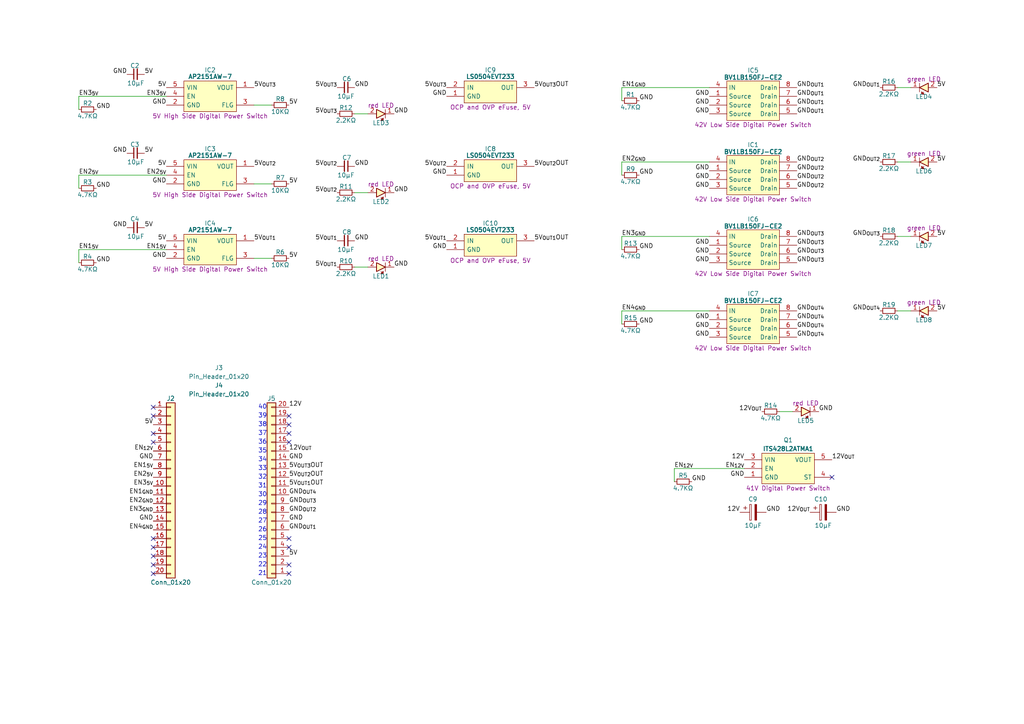
<source format=kicad_sch>
(kicad_sch (version 20231120) (generator "eeschema") (generator_version "8.0")
  (paper "A4")
  (title_block (title "GPIO Power Switch") (date "2025-04-25") (rev "V1"))
  (lib_symbols
    (symbol "Connector_Generic:Conn_01x20" (pin_names (offset 1.016) hide)
      (property "Reference" "J" (at 0 25.4 0))
      (property "Value" "Conn_01x20" (at 0 -27.94 0))
      (symbol "Conn_01x20_1_1"
        (rectangle (start -1.27 -25.273) (end 0 -25.527) (stroke (width 0.1524)))
        (rectangle (start -1.27 -22.733) (end 0 -22.987) (stroke (width 0.1524)))
        (rectangle (start -1.27 -20.193) (end 0 -20.447) (stroke (width 0.1524)))
        (rectangle (start -1.27 -17.653) (end 0 -17.907) (stroke (width 0.1524)))
        (rectangle (start -1.27 -15.113) (end 0 -15.367) (stroke (width 0.1524)))
        (rectangle (start -1.27 -12.573) (end 0 -12.827) (stroke (width 0.1524)))
        (rectangle (start -1.27 -10.033) (end 0 -10.287) (stroke (width 0.1524)))
        (rectangle (start -1.27 -7.493) (end 0 -7.747) (stroke (width 0.1524)))
        (rectangle (start -1.27 -4.953) (end 0 -5.207) (stroke (width 0.1524)))
        (rectangle (start -1.27 -2.413) (end 0 -2.667) (stroke (width 0.1524)))
        (rectangle (start -1.27 0.127) (end 0 -0.127) (stroke (width 0.1524)))
        (rectangle (start -1.27 2.667) (end 0 2.413) (stroke (width 0.1524)))
        (rectangle (start -1.27 5.207) (end 0 4.953) (stroke (width 0.1524)))
        (rectangle (start -1.27 7.747) (end 0 7.493) (stroke (width 0.1524)))
        (rectangle (start -1.27 10.287) (end 0 10.033) (stroke (width 0.1524)))
        (rectangle (start -1.27 12.827) (end 0 12.573) (stroke (width 0.1524)))
        (rectangle (start -1.27 15.367) (end 0 15.113) (stroke (width 0.1524)))
        (rectangle (start -1.27 17.907) (end 0 17.653) (stroke (width 0.1524)))
        (rectangle (start -1.27 20.447) (end 0 20.193) (stroke (width 0.1524)))
        (rectangle (start -1.27 22.987) (end 0 22.733) (stroke (width 0.1524)))
        (rectangle (start -1.27 24.13) (end 1.27 -26.67) (stroke (width 0.254)) (fill (type background)))
        (pin passive line (at -5.08 22.86 0) (length 3.81) (name "Pin_1") (number "1"))
        (pin passive line (at -5.08 0 0) (length 3.81) (name "Pin_10") (number "10"))
        (pin passive line (at -5.08 -2.54 0) (length 3.81) (name "Pin_11") (number "11"))
        (pin passive line (at -5.08 -5.08 0) (length 3.81) (name "Pin_12") (number "12"))
        (pin passive line (at -5.08 -7.62 0) (length 3.81) (name "Pin_13") (number "13"))
        (pin passive line (at -5.08 -10.16 0) (length 3.81) (name "Pin_14") (number "14"))
        (pin passive line (at -5.08 -12.7 0) (length 3.81) (name "Pin_15") (number "15"))
        (pin passive line (at -5.08 -15.24 0) (length 3.81) (name "Pin_16") (number "16"))
        (pin passive line (at -5.08 -17.78 0) (length 3.81) (name "Pin_17") (number "17"))
        (pin passive line (at -5.08 -20.32 0) (length 3.81) (name "Pin_18") (number "18"))
        (pin passive line (at -5.08 -22.86 0) (length 3.81) (name "Pin_19") (number "19"))
        (pin passive line (at -5.08 20.32 0) (length 3.81) (name "Pin_2") (number "2"))
        (pin passive line (at -5.08 -25.4 0) (length 3.81) (name "Pin_20") (number "20"))
        (pin passive line (at -5.08 17.78 0) (length 3.81) (name "Pin_3") (number "3"))
        (pin passive line (at -5.08 15.24 0) (length 3.81) (name "Pin_4") (number "4"))
        (pin passive line (at -5.08 12.7 0) (length 3.81) (name "Pin_5") (number "5"))
        (pin passive line (at -5.08 10.16 0) (length 3.81) (name "Pin_6") (number "6"))
        (pin passive line (at -5.08 7.62 0) (length 3.81) (name "Pin_7") (number "7"))
        (pin passive line (at -5.08 5.08 0) (length 3.81) (name "Pin_8") (number "8"))
        (pin passive line (at -5.08 2.54 0) (length 3.81) (name "Pin_9") (number "9"))
      )
    )
    (symbol "Diodes_Inc:AP2151AW-7" (pin_names (offset 0.762))
      (property "Reference" "IC" (at 12.7 5.08 0))
      (property "Value" "AP2151AW-7" (at 12.7 3.175 0))
      (property "Description" "5V High Side Digital Power Switch" (at 12.7 -8.255 0))
      (symbol "AP2151AW-7_0_0"
        (pin passive line (at 0 -5.08 0) (length 5.08) (name "GND") (number "2"))
      )
      (symbol "AP2151AW-7_0_1"
        (polyline (pts (xy 5.08 1.905) (xy 20.32 1.905) (xy 20.32 -6.985) (xy 5.08 -6.985) (xy 5.08 1.905)) (fill (type background)))
      )
      (symbol "AP2151AW-7_1_0"
        (pin passive line (at 25.4 0 180) (length 5.08) (name "VOUT") (number "1"))
        (pin output line (at 25.4 -5.08 180) (length 5.08) (name "FLG") (number "3"))
        (pin input line (at 0 -2.54 0) (length 5.08) (name "EN") (number "4"))
        (pin passive line (at 0 0 0) (length 5.08) (name "VIN") (number "5"))
      )
    )
    (symbol "HCP65:C_0805" (pin_numbers hide) (pin_names (offset 0.254) hide)
      (property "Reference" "C" (at 2.286 2.54 0))
      (property "Value" "?μF" (at 2.54 -2.54 0))
      (symbol "C_0805_0_1"
        (polyline (pts (xy 1.9685 -1.4605) (xy 1.9685 1.5875)) (stroke (width 0.3048)))
        (polyline (pts (xy 2.9845 -1.4605) (xy 2.9845 1.5875)) (stroke (width 0.3302)))
      )
      (symbol "C_0805_1_1"
        (pin passive line (at 0 0 0) (length 2.032) (name "~") (number "1"))
        (pin passive line (at 5.08 0 180) (length 2.032) (name "~") (number "2"))
      )
    )
    (symbol "HCP65:C_Radial_D4.0mm_P2.00mm" (pin_numbers hide) (pin_names (offset 0.254))
      (property "Reference" "C" (at 0.635 2.54 0))
      (property "Value" "?μF" (at 0.635 -2.54 0))
      (symbol "C_Radial_D4.0mm_P2.00mm_0_1"
        (rectangle (start -2.286 0.508) (end 2.286 1.016))
        (polyline (pts (xy -1.778 2.286) (xy -0.762 2.286)))
        (polyline (pts (xy -1.27 2.794) (xy -1.27 1.778)))
        (rectangle (start 2.286 -0.508) (end -2.286 -1.016) (fill (type outline)))
      )
      (symbol "C_Radial_D4.0mm_P2.00mm_1_1"
        (pin passive line (at 0 3.81 270) (length 2.794) (name "~") (number "1"))
        (pin passive line (at 0 -3.81 90) (length 2.794) (name "~") (number "2"))
      )
    )
    (symbol "HCP65:Pin_Header_01x32" (pin_names (offset 1.016) hide)
      (property "Reference" "J" (at 0 1.27 0))
      (property "Value" "Pin_Header_01x32" (at 0 -1.27 0))
    )
    (symbol "HCP65:R_0805" (pin_numbers hide) (pin_names hide)
      (property "Reference" "R" (at 2.54 1.778 0))
      (property "Value" "?Ω" (at 2.54 -1.905 0))
      (symbol "R_0805_0_1"
        (rectangle (start 0.762 0.762) (end 4.318 -0.762) (stroke (width 0.2032)))
      )
      (symbol "R_0805_1_1"
        (pin passive line (at 0 0 0) (length 0.72) (name "~") (number "1"))
        (pin passive line (at 5.08 0 180) (length 0.72) (name "~") (number "2"))
      )
    )
    (symbol "Infineon:ITS428L2ATMA1" (pin_names (offset 0.762))
      (property "Reference" "Q" (at 12.7 5.715 0))
      (property "Value" "ITS428L2ATMA1" (at 12.7 3.175 0))
      (property "Description" "41V Digital Power Switch" (at 12.7 -8.255 0))
      (symbol "ITS428L2ATMA1_0_0"
        (pin passive line (at 0 -5.08 0) (length 5.08) (name "GND") (number "1"))
      )
      (symbol "ITS428L2ATMA1_1_0"
        (pin input line (at 0 -2.54 0) (length 5.08) (name "EN") (number "2"))
        (pin passive line (at 0 0 0) (length 5.08) (name "VIN") (number "3"))
        (pin output line (at 25.4 -5.08 180) (length 5.08) (name "ST") (number "4"))
        (pin passive line (at 25.4 0 180) (length 5.08) (name "VOUT") (number "5"))
      )
      (symbol "ITS428L2ATMA1_1_1"
        (polyline (pts (xy 5.08 1.905) (xy 20.32 1.905) (xy 20.32 -6.985) (xy 5.08 -6.985) (xy 5.08 1.905)) (stroke (width 0.1524)) (fill (type background)))
      )
    )
    (symbol "Littlefuse:LS0504EVT233" (pin_names (offset 0.762))
      (property "Reference" "IC" (at 12.7 5.08 0))
      (property "Value" "LS0504EVT233" (at 12.7 3.175 0))
      (property "Description" "OCP and OVP eFuse, 5V" (at 12.7 -5.715 0))
      (symbol "LS0504EVT233_0_0"
        (pin passive line (at 0 -2.54 0) (length 5.08) (name "GND") (number "1"))
        (pin passive line (at 0 0 0) (length 5.08) (name "IN") (number "2"))
        (pin passive line (at 25.4 0 180) (length 5.08) (name "OUT") (number "3"))
      )
      (symbol "LS0504EVT233_1_1"
        (polyline (pts (xy 5.08 1.905) (xy 20.32 1.905) (xy 20.32 -4.445) (xy 5.08 -4.445) (xy 5.08 1.905)) (stroke (width 0.1524)) (fill (type background)))
      )
    )
    (symbol "ROHM_Semiconductor:BV1LB150FJ-CE2"
      (property "Reference" "IC" (at 12.7 5.715 0))
      (property "Value" "BV1LB150FJ-CE2" (at 12.7 3.81 0))
      (property "Description" "42V Low Side Digital Power Switch" (at 12.7 -10.795 0))
      (symbol "BV1LB150FJ-CE2_0_1"
        (polyline (pts (xy 5.08 1.905) (xy 20.32 1.905) (xy 20.32 -9.525) (xy 5.08 -9.525) (xy 5.08 1.905)) (fill (type background)))
      )
      (symbol "BV1LB150FJ-CE2_1_1"
        (pin passive line (at 0 -2.54 0) (length 5.08) (name "Source") (number "1"))
        (pin passive line (at 0 -5.08 0) (length 5.08) (name "Source") (number "2"))
        (pin passive line (at 0 -7.62 0) (length 5.08) (name "Source") (number "3"))
        (pin input line (at 0 0 0) (length 5.08) (name "IN") (number "4"))
        (pin passive line (at 25.4 -7.62 180) (length 5.08) (name "Drain") (number "5"))
        (pin passive line (at 25.4 -5.08 180) (length 5.08) (name "Drain") (number "6"))
        (pin passive line (at 25.4 -2.54 180) (length 5.08) (name "Drain") (number "7"))
        (pin passive line (at 25.4 0 180) (length 5.08) (name "Drain") (number "8"))
      )
    )
    (symbol "Wurth_Elektronik:150224SS73100" (pin_names (offset 0.762))
      (property "Reference" "LED" (at 0 1.905 0))
      (property "Description" "red LED" (at 0 -3.175 0))
      (symbol "150224SS73100_0_0"
        (pin passive line (at -3.81 0 0) (length 2.54) (name "~") (number "1"))
        (pin passive line (at 3.81 0 180) (length 2.54) (name "~") (number "2"))
      )
      (symbol "150224SS73100_0_1"
        (polyline (pts (xy -1.27 1.27) (xy -1.27 -1.27)) (stroke (width 0.1524)))
        (polyline (pts (xy 0 1.27) (xy -0.635 1.905)) (stroke (width 0.1524)))
        (polyline (pts (xy -1.27 0) (xy 1.27 1.27) (xy 1.27 -1.27) (xy -1.27 0)) (stroke (width 0.254)) (fill (type background)))
        (polyline (pts (xy 0 1.905) (xy -0.635 1.27) (xy -0.635 1.905) (xy 0 1.905)) (stroke (width 0.254)) (fill (type outline)))
      )
    )
    (symbol "Wurth_Elektronik:150224VS73100A" (pin_names (offset 0.762))
      (property "Reference" "LED" (at 0 1.905 0))
      (property "Description" "green LED" (at 0 -3.175 0))
      (symbol "150224VS73100A_0_0"
        (pin passive line (at -3.81 0 0) (length 2.54) (name "") (number "1"))
        (pin passive line (at 3.81 0 180) (length 2.54) (name "~") (number "2"))
      )
      (symbol "150224VS73100A_0_1"
        (polyline (pts (xy -1.27 1.27) (xy -1.27 -1.27)) (stroke (width 0.1524)))
        (polyline (pts (xy 0 1.27) (xy -0.635 1.905)) (stroke (width 0.1524)))
        (polyline (pts (xy -1.27 0) (xy 1.27 1.27) (xy 1.27 -1.27) (xy -1.27 0)) (stroke (width 0.254)) (fill (type background)))
        (polyline (pts (xy 0 1.905) (xy -0.635 1.27) (xy -0.635 1.905) (xy 0 1.905)) (stroke (width 0.254)) (fill (type outline)))
      )
    )
  )
  (no_connect (at 44.45 120.65))
  (no_connect (at 44.45 118.11))
  (no_connect (at 44.45 163.83))
  (no_connect (at 44.45 125.73))
  (no_connect (at 83.82 158.75))
  (no_connect (at 83.82 128.27))
  (no_connect (at 44.45 128.27))
  (no_connect (at 44.45 158.75))
  (no_connect (at 83.82 163.83))
  (no_connect (at 44.45 166.37))
  (no_connect (at 83.82 125.73))
  (no_connect (at 83.82 166.37))
  (no_connect (at 83.82 120.65))
  (no_connect (at 241.3 138.43))
  (no_connect (at 83.82 156.21))
  (no_connect (at 83.82 123.19))
  (no_connect (at 44.45 156.21))
  (no_connect (at 44.45 161.29))
  (wire (pts (xy 180.34 25.4) (xy 180.34 29.21)))
  (wire (pts (xy 260.35 90.17) (xy 264.16 90.17)))
  (wire (pts (xy 22.86 72.39) (xy 22.86 76.2)))
  (wire (pts (xy 22.86 50.8) (xy 48.26 50.8)))
  (wire (pts (xy 195.58 135.89) (xy 215.9 135.89)))
  (wire (pts (xy 260.35 46.99) (xy 264.16 46.99)))
  (wire (pts (xy 180.34 25.4) (xy 205.74 25.4)))
  (wire (pts (xy 180.34 68.58) (xy 180.34 72.39)))
  (wire (pts (xy 73.66 53.34) (xy 78.74 53.34)))
  (wire (pts (xy 226.06 119.38) (xy 229.87 119.38)))
  (wire (pts (xy 102.87 55.88) (xy 106.68 55.88)))
  (wire (pts (xy 180.34 68.58) (xy 205.74 68.58)))
  (wire (pts (xy 260.35 25.4) (xy 264.16 25.4)))
  (wire (pts (xy 180.34 46.99) (xy 180.34 50.8)))
  (wire (pts (xy 260.35 68.58) (xy 264.16 68.58)))
  (wire (pts (xy 22.86 50.8) (xy 22.86 54.61)))
  (wire (pts (xy 102.87 77.47) (xy 106.68 77.47)))
  (wire (pts (xy 22.86 27.94) (xy 22.86 31.75)))
  (wire (pts (xy 102.87 33.02) (xy 106.68 33.02)))
  (wire (pts (xy 180.34 90.17) (xy 205.74 90.17)))
  (wire (pts (xy 22.86 27.94) (xy 48.26 27.94)))
  (wire (pts (xy 73.66 30.48) (xy 78.74 30.48)))
  (wire (pts (xy 180.34 46.99) (xy 205.74 46.99)))
  (wire (pts (xy 73.66 74.93) (xy 78.74 74.93)))
  (wire (pts (xy 22.86 72.39) (xy 48.26 72.39)))
  (wire (pts (xy 195.58 135.89) (xy 195.58 139.7)))
  (wire (pts (xy 180.34 90.17) (xy 180.34 93.98)))
  (text "25" (at 77.47 156.21 0) (effects (font (size 1.27 1.27)) (justify right)))
  (text "28" (at 77.47 148.59 0) (effects (font (size 1.27 1.27)) (justify right)))
  (text "31" (at 77.47 140.97 0) (effects (font (size 1.27 1.27)) (justify right)))
  (text "21" (at 77.47 166.37 0) (effects (font (size 1.27 1.27)) (justify right)))
  (text "23" (at 77.47 161.29 0) (effects (font (size 1.27 1.27)) (justify right)))
  (text "38" (at 77.47 123.19 0) (effects (font (size 1.27 1.27)) (justify right)))
  (text "40" (at 77.47 118.11 0) (effects (font (size 1.27 1.27)) (justify right)))
  (text "29" (at 77.47 146.05 0) (effects (font (size 1.27 1.27)) (justify right)))
  (text "34" (at 77.47 133.35 0) (effects (font (size 1.27 1.27)) (justify right)))
  (text "24" (at 77.47 158.75 0) (effects (font (size 1.27 1.27)) (justify right)))
  (text "39" (at 77.47 120.65 0) (effects (font (size 1.27 1.27)) (justify right)))
  (text "26" (at 77.47 153.67 0) (effects (font (size 1.27 1.27)) (justify right)))
  (text "27" (at 77.47 151.13 0) (effects (font (size 1.27 1.27)) (justify right)))
  (text "37" (at 77.47 125.73 0) (effects (font (size 1.27 1.27)) (justify right)))
  (text "32" (at 77.47 138.43 0) (effects (font (size 1.27 1.27)) (justify right)))
  (text "22" (at 77.47 163.83 0) (effects (font (size 1.27 1.27)) (justify right)))
  (text "33" (at 77.47 135.89 0) (effects (font (size 1.27 1.27)) (justify right)))
  (text "36" (at 77.47 128.27 0) (effects (font (size 1.27 1.27)) (justify right)))
  (text "30\n" (at 77.47 143.51 0) (effects (font (size 1.27 1.27)) (justify right)))
  (text "35" (at 77.47 130.81 0) (effects (font (size 1.27 1.27)) (justify right)))
  (label "12V_{OUT}" (at 241.3 133.35 0))
  (label "GND" (at 185.42 72.39 0))
  (label "EN1_{5V}" (at 44.45 135.89 180))
  (label "EN1_{GND}" (at 44.45 143.51 180))
  (label "GND_{OUT2}" (at 231.14 46.99 0))
  (label "GND" (at 205.74 95.25 180))
  (label "GND" (at 27.94 31.75 0))
  (label "5V_{OUT2}" (at 73.66 48.26 0))
  (label "GND_{OUT2}" (at 231.14 49.53 0))
  (label "EN2_{5V}" (at 44.45 138.43 180))
  (label "5V" (at 48.26 25.4 180))
  (label "5V_{OUT3}" (at 73.66 25.4 0))
  (label "GND" (at 27.94 54.61 0))
  (label "EN3_{5V}" (at 22.86 27.94 0))
  (label "GND" (at 205.74 52.07 180))
  (label "GND" (at 114.3 55.88 0))
  (label "EN4_{GND}" (at 180.34 90.17 0))
  (label "GND" (at 114.3 77.47 0))
  (label "GND_{OUT3}" (at 231.14 73.66 0))
  (label "EN1_{5V}" (at 22.86 72.39 0))
  (label "5V" (at 271.78 68.58 0))
  (label "GND" (at 83.82 151.13 0))
  (label "GND_{OUT1}" (at 231.14 25.4 0))
  (label "GND" (at 185.42 50.8 0))
  (label "5V_{OUT3}OUT" (at 83.82 135.89 0))
  (label "5V_{OUT1}OUT" (at 83.82 140.97 0))
  (label "GND" (at 36.83 44.45 180))
  (label "GND" (at 129.54 27.94 180))
  (label "GND" (at 205.74 73.66 180))
  (label "EN_{12V}" (at 215.9 135.89 180))
  (label "GND_{OUT1}" (at 231.14 30.48 0))
  (label "EN4_{GND}" (at 44.45 153.67 180))
  (label "GND" (at 44.45 133.35 180))
  (label "5V" (at 83.82 161.29 0))
  (label "EN_{12V}" (at 44.45 130.81 180))
  (label "5V_{OUT3}" (at 97.79 25.4 180))
  (label "EN3_{5V}" (at 44.45 140.97 180))
  (label "GND" (at 205.74 30.48 180))
  (label "GND" (at 242.57 148.59 0))
  (label "5V_{OUT3}" (at 97.79 33.02 180))
  (label "GND" (at 205.74 27.94 180))
  (label "GND_{OUT3}" (at 231.14 76.2 0))
  (label "GND" (at 215.9 138.43 180))
  (label "GND" (at 205.74 76.2 180))
  (label "5V_{OUT2}" (at 97.79 48.26 180))
  (label "GND_{OUT1}" (at 231.14 27.94 0))
  (label "EN2_{GND}" (at 44.45 146.05 180))
  (label "GND_{OUT3}" (at 83.82 146.05 0))
  (label "GND" (at 36.83 21.59 180))
  (label "GND_{OUT4}" (at 231.14 97.79 0))
  (label "GND" (at 102.87 25.4 0))
  (label "GND" (at 36.83 66.04 180))
  (label "EN_{12V}" (at 195.58 135.89 0))
  (label "5V_{OUT1}" (at 73.66 69.85 0))
  (label "5V_{OUT3}OUT" (at 154.94 25.4 0))
  (label "GND_{OUT3}" (at 231.14 68.58 0))
  (label "12V" (at 214.63 148.59 180))
  (label "EN3_{GND}" (at 44.45 148.59 180))
  (label "GND_{OUT1}" (at 231.14 33.02 0))
  (label "GND_{OUT1}" (at 83.82 153.67 0))
  (label "GND_{OUT3}" (at 255.27 68.58 180))
  (label "GND" (at 200.66 139.7 0))
  (label "GND" (at 205.74 97.79 180))
  (label "5V_{OUT3}" (at 129.54 25.4 180))
  (label "EN3_{5V}" (at 48.26 27.94 180))
  (label "GND_{OUT3}" (at 231.14 71.12 0))
  (label "GND" (at 205.74 92.71 180))
  (label "GND" (at 48.26 53.34 180))
  (label "5V_{OUT2}" (at 97.79 55.88 180))
  (label "GND" (at 102.87 48.26 0))
  (label "GND_{OUT2}" (at 231.14 54.61 0))
  (label "GND_{OUT4}" (at 231.14 92.71 0))
  (label "5V_{OUT2}" (at 129.54 48.26 180))
  (label "GND" (at 222.25 148.59 0))
  (label "EN1_{5V}" (at 48.26 72.39 180))
  (label "12V_{OUT}" (at 234.95 148.59 180))
  (label "5V_{OUT1}" (at 129.54 69.85 180))
  (label "GND" (at 102.87 69.85 0))
  (label "5V_{OUT1}" (at 97.79 69.85 180))
  (label "5V" (at 41.91 21.59 0))
  (label "GND_{OUT2}" (at 255.27 46.99 180))
  (label "GND_{OUT4}" (at 83.82 143.51 0))
  (label "5V" (at 48.26 48.26 180))
  (label "GND_{OUT2}" (at 231.14 52.07 0))
  (label "GND_{OUT2}" (at 83.82 148.59 0))
  (label "5V" (at 271.78 25.4 0))
  (label "5V" (at 271.78 90.17 0))
  (label "EN2_{5V}" (at 22.86 50.8 0))
  (label "5V" (at 83.82 53.34 0))
  (label "GND" (at 205.74 49.53 180))
  (label "5V_{OUT1}OUT" (at 154.94 69.85 0))
  (label "GND" (at 114.3 33.02 0))
  (label "5V" (at 41.91 66.04 0))
  (label "5V_{OUT2}OUT" (at 154.94 48.26 0))
  (label "5V" (at 271.78 46.99 0))
  (label "GND" (at 237.49 119.38 0))
  (label "GND" (at 129.54 72.39 180))
  (label "GND" (at 48.26 30.48 180))
  (label "EN3_{GND}" (at 180.34 68.58 0))
  (label "GND" (at 44.45 151.13 180))
  (label "GND" (at 27.94 76.2 0))
  (label "GND" (at 83.82 133.35 0))
  (label "EN2_{5V}" (at 48.26 50.8 180))
  (label "GND_{OUT4}" (at 255.27 90.17 180))
  (label "GND_{OUT4}" (at 231.14 90.17 0))
  (label "5V_{OUT1}" (at 97.79 77.47 180))
  (label "GND_{OUT4}" (at 231.14 95.25 0))
  (label "5V_{OUT2}OUT" (at 83.82 138.43 0))
  (label "GND" (at 205.74 33.02 180))
  (label "GND_{OUT1}" (at 255.27 25.4 180))
  (label "GND" (at 185.42 29.21 0))
  (label "GND" (at 205.74 71.12 180))
  (label "EN1_{GND}" (at 180.34 25.4 0))
  (label "GND" (at 48.26 74.93 180))
  (label "12V_{OUT}" (at 83.82 130.81 0))
  (label "5V" (at 44.45 123.19 180))
  (label "GND" (at 185.42 93.98 0))
  (label "12V_{OUT}" (at 220.98 119.38 180))
  (label "GND" (at 205.74 54.61 180))
  (label "EN2_{GND}" (at 180.34 46.99 0))
  (label "5V" (at 83.82 74.93 0))
  (label "5V" (at 41.91 44.45 0))
  (label "GND" (at 129.54 50.8 180))
  (label "5V" (at 83.82 30.48 0))
  (label "5V" (at 48.26 69.85 180))
  (label "12V" (at 215.9 133.35 180))
  (label "12V" (at 83.82 118.11 0))
  (symbol (lib_id "Wurth_Elektronik:150224SS73100") (at 233.68 119.38 180) (unit 1)
    (property "Reference" "LED5" (at 233.68 121.285 0) (effects (justify bottom)))
    (property "Value" "150224SS73100" (effects (hide yes)))
    (property "Footprint" "SamacSys_Parts:150224SS73100A" (effects (hide yes)))
    (property "Datasheet" "http://www.farnell.com/datasheets/2301711.pdf" (effects (hide yes)))
    (property "Description" "red LED" (at 233.68 116.205 0) (effects (justify bottom)))
    (property "Height" "1.31" (effects (hide yes)))
    (property "Manufacturer_Name" "Wurth Elektronik" (effects (hide yes)))
    (property "Silkscreen" "red" (effects (hide yes)))
    (property "Manufacturer_Part_Number" "150224SS73100" (effects (hide yes)))
    (property "Mouser Part Number" "710-150224SS73100" (effects (hide yes)))
    (property "Mouser Price/Stock" "https://www.mouser.co.uk/ProductDetail/Wurth-Elektronik/150224SS73100?qs=5aG0NVq1C4xYrTr%2FIVl59g%3D%3D" (effects (hide yes)))
    (property "Garbage" "Red LED" (effects (hide yes)))
  )
  (symbol (lib_id "Infineon:ITS428L2ATMA1") (at 215.9 133.35 0) (unit 1)
    (property "Reference" "Q1" (at 228.6 127.635 0))
    (property "Value" "ITS428L2ATMA1" (at 228.6 130.175 0) (effects (font (bold yes))))
    (property "Footprint" "SamacSys_Parts:ITS428L2ATMA1" (effects (hide yes)))
    (property "Datasheet" "https://www.infineon.com/dgdl/Infineon-ITS428L2-DS-v01_01-en.pdf?fileId=db3a30431c69a49d011cdcc9a1fd41df" (effects (hide yes)))
    (property "Description" "41V Digital Power Switch" (at 228.6 141.605 0))
    (property "Description_1" "Power Switch/Driver 1:1 N-Channel 5.8A PG-TO252-5-11" (effects (hide yes)))
    (property "Height" "2.5" (effects (hide yes)))
    (property "Manufacturer_Name" "Infineon" (effects (hide yes)))
    (property "Manufacturer_Part_Number" "ITS428L2ATMA1" (effects (hide yes)))
    (property "Mouser Part Number" "726-ITS428L2ATMA1" (effects (hide yes)))
    (property "Mouser Price/Stock" "https://www.mouser.co.uk/ProductDetail/Infineon-Technologies/ITS428L2ATMA1?qs=OwbwYO03UsKb4YQm68cXwA%3D%3D" (effects (hide yes)))
    (property "Arrow Part Number" "ITS428L2ATMA1" (effects (hide yes)))
    (property "Arrow Price/Stock" "https://www.arrow.com/en/products/its428l2atma1/infineon-technologies-ag?region=europe" (effects (hide yes)))
  )
  (symbol (lib_id "HCP65:C_Radial_D4.0mm_P2.00mm") (at 238.76 148.59 90) (mirror x) (unit 1)
    (property "Reference" "C10" (at 240.03 144.78 90) (effects (justify left)))
    (property "Value" "10μF" (at 241.3 152.4 90) (effects (justify left)))
    (property "Footprint" "SamacSys_Parts:CP_Radial_D4.0mm_P2.00mm" (effects (hide yes)))
    (property "Description" "10μF" (effects (hide yes)))
  )
  (symbol (lib_id "HCP65:R_0805") (at 97.79 77.47 0) (unit 1)
    (property "Reference" "R10" (at 100.33 75.692 0))
    (property "Value" "2.2KΩ" (at 100.33 79.375 0))
    (property "Footprint" "SamacSys_Parts:R_0805" (effects (hide yes)))
  )
  (symbol (lib_id "ROHM_Semiconductor:BV1LB150FJ-CE2") (at 205.74 68.58 0) (unit 1)
    (property "Reference" "IC6" (at 218.44 62.865 0) (effects (justify top)))
    (property "Value" "BV1LB150FJ-CE2" (at 218.44 64.77 0) (effects (font (thickness 0.254) (bold yes)) (justify top)))
    (property "Footprint" "SamacSys_Parts:SOIC127P600X165-8N" (effects (hide yes)))
    (property "Datasheet" "http://rohmfs.rohm.com/en/products/databook/datasheet/ic/power/ipd/bv1lb150fj-c-e.pdf" (effects (hide yes)))
    (property "Description" "42V Low Side Digital Power Switch" (at 218.44 79.375 0))
    (property "Height" "1.65" (effects (hide yes)))
    (property "Manufacturer_Name" "ROHM Semiconductor" (effects (hide yes)))
    (property "Manufacturer_Part_Number" "BV1LB150FJ-CE2" (effects (hide yes)))
    (property "Mouser Part Number" "755-BV1LB150FJ-CE2" (effects (hide yes)))
    (property "Mouser Price/Stock" "https://www.mouser.co.uk/ProductDetail/ROHM-Semiconductor/BV1LB150FJ-CE2?qs=WHeKGGBt0W%2FLZWQC06sLFQ%3D%3D" (effects (hide yes)))
    (property "Silkscreen" "BV1LB150" (effects (hide yes)))
  )
  (symbol (lib_id "Diodes_Inc:AP2151AW-7") (at 48.26 25.4 0) (unit 1)
    (property "Reference" "IC2" (at 60.96 20.32 0))
    (property "Value" "AP2151AW-7" (at 60.96 22.225 0) (effects (font (bold yes))))
    (property "Footprint" "SamacSys_Parts:SOT95P285X130-5N" (effects (hide yes)))
    (property "Description" "5V High Side Digital Power Switch" (at 60.96 33.655 0))
    (property "Height" "1.3" (effects (hide yes)))
    (property "Manufacturer_Name" "Diodes Inc." (effects (hide yes)))
    (property "Manufacturer_Part_Number" "AP2151AW-7\n" (effects (hide yes)))
    (property "Mouser Part Number" "621-AP2151AW-7" (effects (hide yes)))
    (property "Silkscreen" "AP2151" (effects (hide yes)))
  )
  (symbol (lib_id "HCP65:R_0805") (at 180.34 93.98 0) (unit 1)
    (property "Reference" "R15" (at 182.88 92.202 0))
    (property "Value" "4.7KΩ" (at 182.88 95.885 0))
    (property "Footprint" "SamacSys_Parts:R_0805" (effects (hide yes)))
  )
  (symbol (lib_id "HCP65:R_0805") (at 22.86 54.61 0) (unit 1)
    (property "Reference" "R3" (at 25.4 52.832 0))
    (property "Value" "4.7KΩ" (at 25.4 56.515 0))
    (property "Footprint" "SamacSys_Parts:R_0805" (effects (hide yes)))
  )
  (symbol (lib_id "HCP65:Pin_Header_01x32") (at 63.5 107.95 0) (mirror y) (unit 1)
    (property "Reference" "J3" (at 63.5 106.68 0))
    (property "Value" "Pin_Header_01x20" (at 63.5 109.22 0))
    (property "Footprint" "SamacSys_Parts:PinHeader_1x20_P2.54mm_Vertical" (effects (hide yes)))
  )
  (symbol (lib_id "HCP65:R_0805") (at 78.74 74.93 0) (unit 1)
    (property "Reference" "R6" (at 81.28 73.152 0))
    (property "Value" "10KΩ" (at 81.28 76.835 0))
    (property "Footprint" "SamacSys_Parts:R_0805" (effects (hide yes)))
  )
  (symbol (lib_id "HCP65:C_0805") (at 102.87 69.85 0) (mirror y) (unit 1)
    (property "Reference" "C8" (at 100.584 67.31 0))
    (property "Value" "10μF" (at 100.33 72.39 0))
    (property "Footprint" "SamacSys_Parts:C_0805" (effects (hide yes)))
  )
  (symbol (lib_id "HCP65:R_0805") (at 180.34 72.39 0) (unit 1)
    (property "Reference" "R13" (at 182.88 70.612 0))
    (property "Value" "4.7KΩ" (at 182.88 74.295 0))
    (property "Footprint" "SamacSys_Parts:R_0805" (effects (hide yes)))
  )
  (symbol (lib_id "Wurth_Elektronik:150224SS73100") (at 110.49 77.47 180) (unit 1)
    (property "Reference" "LED1" (at 110.49 79.375 0) (effects (justify bottom)))
    (property "Value" "150224SS73100" (effects (hide yes)))
    (property "Footprint" "SamacSys_Parts:150224SS73100A" (effects (hide yes)))
    (property "Datasheet" "http://www.farnell.com/datasheets/2301711.pdf" (effects (hide yes)))
    (property "Description" "red LED" (at 110.49 74.295 0) (effects (justify bottom)))
    (property "Height" "1.31" (effects (hide yes)))
    (property "Manufacturer_Name" "Wurth Elektronik" (effects (hide yes)))
    (property "Silkscreen" "red" (effects (hide yes)))
    (property "Manufacturer_Part_Number" "150224SS73100" (effects (hide yes)))
    (property "Mouser Part Number" "710-150224SS73100" (effects (hide yes)))
    (property "Mouser Price/Stock" "https://www.mouser.co.uk/ProductDetail/Wurth-Elektronik/150224SS73100?qs=5aG0NVq1C4xYrTr%2FIVl59g%3D%3D" (effects (hide yes)))
    (property "Garbage" "Red LED" (effects (hide yes)))
  )
  (symbol (lib_id "HCP65:R_0805") (at 195.58 139.7 0) (unit 1)
    (property "Reference" "R5" (at 198.12 137.922 0))
    (property "Value" "4.7KΩ" (at 198.12 141.605 0))
    (property "Footprint" "SamacSys_Parts:R_0805" (effects (hide yes)))
  )
  (symbol (lib_id "HCP65:R_0805") (at 220.98 119.38 0) (unit 1)
    (property "Reference" "R14" (at 223.52 117.602 0))
    (property "Value" "4.7KΩ" (at 223.52 121.285 0))
    (property "Footprint" "SamacSys_Parts:R_0805" (effects (hide yes)))
  )
  (symbol (lib_id "HCP65:C_0805") (at 36.83 44.45 0) (unit 1)
    (property "Reference" "C3" (at 39.116 41.91 0))
    (property "Value" "10μF" (at 39.37 46.99 0))
    (property "Footprint" "SamacSys_Parts:C_0805" (effects (hide yes)))
  )
  (symbol (lib_id "HCP65:R_0805") (at 78.74 53.34 0) (unit 1)
    (property "Reference" "R7" (at 81.28 51.562 0))
    (property "Value" "10KΩ" (at 81.28 55.245 0))
    (property "Footprint" "SamacSys_Parts:R_0805" (effects (hide yes)))
  )
  (symbol (lib_id "HCP65:R_0805") (at 255.27 90.17 0) (unit 1)
    (property "Reference" "R19" (at 257.81 88.392 0))
    (property "Value" "2.2KΩ" (at 257.81 92.075 0))
    (property "Footprint" "SamacSys_Parts:R_0805" (effects (hide yes)))
  )
  (symbol (lib_id "Wurth_Elektronik:150224VS73100A") (at 267.97 25.4 0) (mirror x) (unit 1)
    (property "Reference" "LED4" (at 267.97 27.305 0) (effects (justify bottom)))
    (property "Value" "150224VS73100A" (effects (hide yes)))
    (property "Footprint" "SamacSys_Parts:150224VS73100A" (effects (hide yes)))
    (property "Datasheet" "https://www.we-online.com/katalog/datasheet/150224VS73100A.pdf" (effects (hide yes)))
    (property "Description" "green LED" (at 267.97 22.225 0) (effects (justify bottom)))
    (property "Height" "1.41" (effects (hide yes)))
    (property "Manufacturer_Name" "Wurth Elektronik" (effects (hide yes)))
    (property "Silkscreen" "grn" (effects (hide yes)))
    (property "Manufacturer_Part_Number" "150224VS73100A" (effects (hide yes)))
    (property "Mouser Part Number" "710-150224VS73100A" (effects (hide yes)))
    (property "Mouser Price/Stock" "https://www.mouser.co.uk/ProductDetail/Wurth-Elektronik/150224VS73100A?qs=8Aam6%252B7C6HG2%2FfdOsQ%2FdNg%3D%3D" (effects (hide yes)))
    (property "Garbage" "Green LED" (effects (hide yes)))
  )
  (symbol (lib_id "HCP65:R_0805") (at 180.34 29.21 0) (unit 1)
    (property "Reference" "R1" (at 182.88 27.432 0))
    (property "Value" "4.7KΩ" (at 182.88 31.115 0))
    (property "Footprint" "SamacSys_Parts:R_0805" (effects (hide yes)))
  )
  (symbol (lib_id "Littlefuse:LS0504EVT233") (at 129.54 69.85 0) (unit 1)
    (property "Reference" "IC10" (at 142.24 64.77 0))
    (property "Value" "LS0504EVT233" (at 142.24 66.675 0) (effects (font (thickness 0.254) (bold yes))))
    (property "Footprint" "SamacSys_Parts:SOT95P280X145-3N" (effects (hide yes)))
    (property "Datasheet" "https://www.mouser.in/datasheet/2/240/Littelfuse-3045601.pdf" (effects (hide yes)))
    (property "Description" "OCP and OVP eFuse, 5V" (at 142.24 75.565 0))
    (property "Height" "1.45" (effects (hide yes)))
    (property "Manufacturer_Name" "LITTELFUSE" (effects (hide yes)))
    (property "Manufacturer_Part_Number" "LS0504EVT233" (effects (hide yes)))
    (property "Silkscreen" "LS0504" (effects (hide yes)))
  )
  (symbol (lib_id "HCP65:C_0805") (at 102.87 25.4 0) (mirror y) (unit 1)
    (property "Reference" "C6" (at 100.584 22.86 0))
    (property "Value" "10μF" (at 100.33 27.94 0))
    (property "Footprint" "SamacSys_Parts:C_0805" (effects (hide yes)))
  )
  (symbol (lib_id "HCP65:R_0805") (at 255.27 68.58 0) (unit 1)
    (property "Reference" "R18" (at 257.81 66.802 0))
    (property "Value" "2.2KΩ" (at 257.81 70.485 0))
    (property "Footprint" "SamacSys_Parts:R_0805" (effects (hide yes)))
  )
  (symbol (lib_id "HCP65:R_0805") (at 255.27 25.4 0) (unit 1)
    (property "Reference" "R16" (at 257.81 23.622 0))
    (property "Value" "2.2KΩ" (at 257.81 27.305 0))
    (property "Footprint" "SamacSys_Parts:R_0805" (effects (hide yes)))
  )
  (symbol (lib_id "Wurth_Elektronik:150224VS73100A") (at 267.97 90.17 0) (mirror x) (unit 1)
    (property "Reference" "LED8" (at 267.97 92.075 0) (effects (justify bottom)))
    (property "Value" "150224VS73100A" (effects (hide yes)))
    (property "Footprint" "SamacSys_Parts:150224VS73100A" (effects (hide yes)))
    (property "Datasheet" "https://www.we-online.com/katalog/datasheet/150224VS73100A.pdf" (effects (hide yes)))
    (property "Description" "green LED" (at 267.97 86.995 0) (effects (justify bottom)))
    (property "Height" "1.41" (effects (hide yes)))
    (property "Manufacturer_Name" "Wurth Elektronik" (effects (hide yes)))
    (property "Silkscreen" "grn" (effects (hide yes)))
    (property "Manufacturer_Part_Number" "150224VS73100A" (effects (hide yes)))
    (property "Mouser Part Number" "710-150224VS73100A" (effects (hide yes)))
    (property "Mouser Price/Stock" "https://www.mouser.co.uk/ProductDetail/Wurth-Elektronik/150224VS73100A?qs=8Aam6%252B7C6HG2%2FfdOsQ%2FdNg%3D%3D" (effects (hide yes)))
    (property "Garbage" "Green LED" (effects (hide yes)))
  )
  (symbol (lib_id "HCP65:C_0805") (at 102.87 48.26 0) (mirror y) (unit 1)
    (property "Reference" "C7" (at 100.584 45.72 0))
    (property "Value" "10μF" (at 100.33 50.8 0))
    (property "Footprint" "SamacSys_Parts:C_0805" (effects (hide yes)))
  )
  (symbol (lib_id "Wurth_Elektronik:150224VS73100A") (at 267.97 68.58 0) (mirror x) (unit 1)
    (property "Reference" "LED7" (at 267.97 70.485 0) (effects (justify bottom)))
    (property "Value" "150224VS73100A" (effects (hide yes)))
    (property "Footprint" "SamacSys_Parts:150224VS73100A" (effects (hide yes)))
    (property "Datasheet" "https://www.we-online.com/katalog/datasheet/150224VS73100A.pdf" (effects (hide yes)))
    (property "Description" "green LED" (at 267.97 65.405 0) (effects (justify bottom)))
    (property "Height" "1.41" (effects (hide yes)))
    (property "Manufacturer_Name" "Wurth Elektronik" (effects (hide yes)))
    (property "Silkscreen" "grn" (effects (hide yes)))
    (property "Manufacturer_Part_Number" "150224VS73100A" (effects (hide yes)))
    (property "Mouser Part Number" "710-150224VS73100A" (effects (hide yes)))
    (property "Mouser Price/Stock" "https://www.mouser.co.uk/ProductDetail/Wurth-Elektronik/150224VS73100A?qs=8Aam6%252B7C6HG2%2FfdOsQ%2FdNg%3D%3D" (effects (hide yes)))
    (property "Garbage" "Green LED" (effects (hide yes)))
  )
  (symbol (lib_id "Wurth_Elektronik:150224SS73100") (at 110.49 55.88 180) (unit 1)
    (property "Reference" "LED2" (at 110.49 57.785 0) (effects (justify bottom)))
    (property "Value" "150224SS73100" (effects (hide yes)))
    (property "Footprint" "SamacSys_Parts:150224SS73100A" (effects (hide yes)))
    (property "Datasheet" "http://www.farnell.com/datasheets/2301711.pdf" (effects (hide yes)))
    (property "Description" "red LED" (at 110.49 52.705 0) (effects (justify bottom)))
    (property "Height" "1.31" (effects (hide yes)))
    (property "Manufacturer_Name" "Wurth Elektronik" (effects (hide yes)))
    (property "Silkscreen" "red" (effects (hide yes)))
    (property "Manufacturer_Part_Number" "150224SS73100" (effects (hide yes)))
    (property "Mouser Part Number" "710-150224SS73100" (effects (hide yes)))
    (property "Mouser Price/Stock" "https://www.mouser.co.uk/ProductDetail/Wurth-Elektronik/150224SS73100?qs=5aG0NVq1C4xYrTr%2FIVl59g%3D%3D" (effects (hide yes)))
    (property "Garbage" "Red LED" (effects (hide yes)))
  )
  (symbol (lib_id "HCP65:R_0805") (at 180.34 50.8 0) (unit 1)
    (property "Reference" "R9" (at 182.88 49.022 0))
    (property "Value" "4.7KΩ" (at 182.88 52.705 0))
    (property "Footprint" "SamacSys_Parts:R_0805" (effects (hide yes)))
  )
  (symbol (lib_id "HCP65:R_0805") (at 22.86 76.2 0) (unit 1)
    (property "Reference" "R4" (at 25.4 74.422 0))
    (property "Value" "4.7KΩ" (at 25.4 78.105 0))
    (property "Footprint" "SamacSys_Parts:R_0805" (effects (hide yes)))
  )
  (symbol (lib_id "ROHM_Semiconductor:BV1LB150FJ-CE2") (at 205.74 25.4 0) (unit 1)
    (property "Reference" "IC5" (at 218.44 19.685 0) (effects (justify top)))
    (property "Value" "BV1LB150FJ-CE2" (at 218.44 21.59 0) (effects (font (thickness 0.254) (bold yes)) (justify top)))
    (property "Footprint" "SamacSys_Parts:SOIC127P600X165-8N" (effects (hide yes)))
    (property "Datasheet" "http://rohmfs.rohm.com/en/products/databook/datasheet/ic/power/ipd/bv1lb150fj-c-e.pdf" (effects (hide yes)))
    (property "Description" "42V Low Side Digital Power Switch" (at 218.44 36.195 0))
    (property "Height" "1.65" (effects (hide yes)))
    (property "Manufacturer_Name" "ROHM Semiconductor" (effects (hide yes)))
    (property "Manufacturer_Part_Number" "BV1LB150FJ-CE2" (effects (hide yes)))
    (property "Mouser Part Number" "755-BV1LB150FJ-CE2" (effects (hide yes)))
    (property "Mouser Price/Stock" "https://www.mouser.co.uk/ProductDetail/ROHM-Semiconductor/BV1LB150FJ-CE2?qs=WHeKGGBt0W%2FLZWQC06sLFQ%3D%3D" (effects (hide yes)))
    (property "Silkscreen" "BV1LB150" (effects (hide yes)))
  )
  (symbol (lib_id "Wurth_Elektronik:150224SS73100") (at 110.49 33.02 180) (unit 1)
    (property "Reference" "LED3" (at 110.49 34.925 0) (effects (justify bottom)))
    (property "Value" "150224SS73100" (effects (hide yes)))
    (property "Footprint" "SamacSys_Parts:150224SS73100A" (effects (hide yes)))
    (property "Datasheet" "http://www.farnell.com/datasheets/2301711.pdf" (effects (hide yes)))
    (property "Description" "red LED" (at 110.49 29.845 0) (effects (justify bottom)))
    (property "Height" "1.31" (effects (hide yes)))
    (property "Manufacturer_Name" "Wurth Elektronik" (effects (hide yes)))
    (property "Silkscreen" "red" (effects (hide yes)))
    (property "Manufacturer_Part_Number" "150224SS73100" (effects (hide yes)))
    (property "Mouser Part Number" "710-150224SS73100" (effects (hide yes)))
    (property "Mouser Price/Stock" "https://www.mouser.co.uk/ProductDetail/Wurth-Elektronik/150224SS73100?qs=5aG0NVq1C4xYrTr%2FIVl59g%3D%3D" (effects (hide yes)))
    (property "Garbage" "Red LED" (effects (hide yes)))
  )
  (symbol (lib_id "Connector_Generic:Conn_01x20") (at 78.74 143.51 180) (unit 1)
    (property "Reference" "J5" (at 78.74 115.57 0))
    (property "Value" "Conn_01x20" (at 78.74 168.91 0))
    (property "Footprint" "SamacSys_Parts:SIP_20_Pins" (effects (hide yes)))
    (property "Description" "Generic connector, single row, 01x20, script generated (kicad-library-utils/schlib/autogen/connector/)" (effects (hide yes)))
  )
  (symbol (lib_id "HCP65:R_0805") (at 97.79 55.88 0) (unit 1)
    (property "Reference" "R11" (at 100.33 54.102 0))
    (property "Value" "2.2KΩ" (at 100.33 57.785 0))
    (property "Footprint" "SamacSys_Parts:R_0805" (effects (hide yes)))
  )
  (symbol (lib_id "HCP65:R_0805") (at 22.86 31.75 0) (unit 1)
    (property "Reference" "R2" (at 25.4 29.972 0))
    (property "Value" "4.7KΩ" (at 25.4 33.655 0))
    (property "Footprint" "SamacSys_Parts:R_0805" (effects (hide yes)))
  )
  (symbol (lib_id "Littlefuse:LS0504EVT233") (at 129.54 48.26 0) (unit 1)
    (property "Reference" "IC8" (at 142.24 43.18 0))
    (property "Value" "LS0504EVT233" (at 142.24 45.085 0) (effects (font (thickness 0.254) (bold yes))))
    (property "Footprint" "SamacSys_Parts:SOT95P280X145-3N" (effects (hide yes)))
    (property "Datasheet" "https://www.mouser.in/datasheet/2/240/Littelfuse-3045601.pdf" (effects (hide yes)))
    (property "Description" "OCP and OVP eFuse, 5V" (at 142.24 53.975 0))
    (property "Height" "1.45" (effects (hide yes)))
    (property "Manufacturer_Name" "LITTELFUSE" (effects (hide yes)))
    (property "Manufacturer_Part_Number" "LS0504EVT233" (effects (hide yes)))
    (property "Silkscreen" "LS0504" (effects (hide yes)))
  )
  (symbol (lib_id "HCP65:R_0805") (at 255.27 46.99 0) (unit 1)
    (property "Reference" "R17" (at 257.81 45.212 0))
    (property "Value" "2.2KΩ" (at 257.81 48.895 0))
    (property "Footprint" "SamacSys_Parts:R_0805" (effects (hide yes)))
  )
  (symbol (lib_id "Diodes_Inc:AP2151AW-7") (at 48.26 48.26 0) (unit 1)
    (property "Reference" "IC3" (at 60.96 43.18 0))
    (property "Value" "AP2151AW-7" (at 60.96 45.085 0) (effects (font (bold yes))))
    (property "Footprint" "SamacSys_Parts:SOT95P285X130-5N" (effects (hide yes)))
    (property "Description" "5V High Side Digital Power Switch" (at 60.96 56.515 0))
    (property "Height" "1.3" (effects (hide yes)))
    (property "Manufacturer_Name" "Diodes Inc." (effects (hide yes)))
    (property "Manufacturer_Part_Number" "AP2151AW-7\n" (effects (hide yes)))
    (property "Mouser Part Number" "621-AP2151AW-7" (effects (hide yes)))
    (property "Silkscreen" "AP2151" (effects (hide yes)))
  )
  (symbol (lib_id "HCP65:C_0805") (at 36.83 21.59 0) (unit 1)
    (property "Reference" "C2" (at 39.116 19.05 0))
    (property "Value" "10μF" (at 39.37 24.13 0))
    (property "Footprint" "SamacSys_Parts:C_0805" (effects (hide yes)))
  )
  (symbol (lib_id "HCP65:C_0805") (at 36.83 66.04 0) (unit 1)
    (property "Reference" "C4" (at 39.116 63.5 0))
    (property "Value" "10μF" (at 39.37 68.58 0))
    (property "Footprint" "SamacSys_Parts:C_0805" (effects (hide yes)))
  )
  (symbol (lib_id "Diodes_Inc:AP2151AW-7") (at 48.26 69.85 0) (unit 1)
    (property "Reference" "IC4" (at 60.96 64.77 0))
    (property "Value" "AP2151AW-7" (at 60.96 66.675 0) (effects (font (bold yes))))
    (property "Footprint" "SamacSys_Parts:SOT95P285X130-5N" (effects (hide yes)))
    (property "Description" "5V High Side Digital Power Switch" (at 60.96 78.105 0))
    (property "Height" "1.3" (effects (hide yes)))
    (property "Manufacturer_Name" "Diodes Inc." (effects (hide yes)))
    (property "Manufacturer_Part_Number" "AP2151AW-7\n" (effects (hide yes)))
    (property "Mouser Part Number" "621-AP2151AW-7" (effects (hide yes)))
    (property "Silkscreen" "AP2151" (effects (hide yes)))
  )
  (symbol (lib_id "HCP65:C_Radial_D4.0mm_P2.00mm") (at 218.44 148.59 90) (mirror x) (unit 1)
    (property "Reference" "C9" (at 219.71 144.78 90) (effects (justify left)))
    (property "Value" "10μF" (at 220.98 152.4 90) (effects (justify left)))
    (property "Footprint" "SamacSys_Parts:CP_Radial_D4.0mm_P2.00mm" (effects (hide yes)))
    (property "Description" "10μF" (effects (hide yes)))
  )
  (symbol (lib_id "Wurth_Elektronik:150224VS73100A") (at 267.97 46.99 0) (mirror x) (unit 1)
    (property "Reference" "LED6" (at 267.97 48.895 0) (effects (justify bottom)))
    (property "Value" "150224VS73100A" (effects (hide yes)))
    (property "Footprint" "SamacSys_Parts:150224VS73100A" (effects (hide yes)))
    (property "Datasheet" "https://www.we-online.com/katalog/datasheet/150224VS73100A.pdf" (effects (hide yes)))
    (property "Description" "green LED" (at 267.97 43.815 0) (effects (justify bottom)))
    (property "Height" "1.41" (effects (hide yes)))
    (property "Manufacturer_Name" "Wurth Elektronik" (effects (hide yes)))
    (property "Silkscreen" "grn" (effects (hide yes)))
    (property "Manufacturer_Part_Number" "150224VS73100A" (effects (hide yes)))
    (property "Mouser Part Number" "710-150224VS73100A" (effects (hide yes)))
    (property "Mouser Price/Stock" "https://www.mouser.co.uk/ProductDetail/Wurth-Elektronik/150224VS73100A?qs=8Aam6%252B7C6HG2%2FfdOsQ%2FdNg%3D%3D" (effects (hide yes)))
    (property "Garbage" "Green LED" (effects (hide yes)))
  )
  (symbol (lib_id "ROHM_Semiconductor:BV1LB150FJ-CE2") (at 205.74 46.99 0) (unit 1)
    (property "Reference" "IC1" (at 218.44 41.275 0) (effects (justify top)))
    (property "Value" "BV1LB150FJ-CE2" (at 218.44 43.18 0) (effects (font (thickness 0.254) (bold yes)) (justify top)))
    (property "Footprint" "SamacSys_Parts:SOIC127P600X165-8N" (effects (hide yes)))
    (property "Datasheet" "http://rohmfs.rohm.com/en/products/databook/datasheet/ic/power/ipd/bv1lb150fj-c-e.pdf" (effects (hide yes)))
    (property "Description" "42V Low Side Digital Power Switch" (at 218.44 57.785 0))
    (property "Height" "1.65" (effects (hide yes)))
    (property "Manufacturer_Name" "ROHM Semiconductor" (effects (hide yes)))
    (property "Manufacturer_Part_Number" "BV1LB150FJ-CE2" (effects (hide yes)))
    (property "Mouser Part Number" "755-BV1LB150FJ-CE2" (effects (hide yes)))
    (property "Mouser Price/Stock" "https://www.mouser.co.uk/ProductDetail/ROHM-Semiconductor/BV1LB150FJ-CE2?qs=WHeKGGBt0W%2FLZWQC06sLFQ%3D%3D" (effects (hide yes)))
    (property "Silkscreen" "BV1LB150" (effects (hide yes)))
  )
  (symbol (lib_id "Littlefuse:LS0504EVT233") (at 129.54 25.4 0) (unit 1)
    (property "Reference" "IC9" (at 142.24 20.32 0))
    (property "Value" "LS0504EVT233" (at 142.24 22.225 0) (effects (font (thickness 0.254) (bold yes))))
    (property "Footprint" "SamacSys_Parts:SOT95P280X145-3N" (effects (hide yes)))
    (property "Datasheet" "https://www.mouser.in/datasheet/2/240/Littelfuse-3045601.pdf" (effects (hide yes)))
    (property "Description" "OCP and OVP eFuse, 5V" (at 142.24 31.115 0))
    (property "Height" "1.45" (effects (hide yes)))
    (property "Manufacturer_Name" "LITTELFUSE" (effects (hide yes)))
    (property "Manufacturer_Part_Number" "LS0504EVT233" (effects (hide yes)))
    (property "Silkscreen" "LS0504" (effects (hide yes)))
  )
  (symbol (lib_id "HCP65:R_0805") (at 78.74 30.48 0) (unit 1)
    (property "Reference" "R8" (at 81.28 28.702 0))
    (property "Value" "10KΩ" (at 81.28 32.385 0))
    (property "Footprint" "SamacSys_Parts:R_0805" (effects (hide yes)))
  )
  (symbol (lib_id "ROHM_Semiconductor:BV1LB150FJ-CE2") (at 205.74 90.17 0) (unit 1)
    (property "Reference" "IC7" (at 218.44 84.455 0) (effects (justify top)))
    (property "Value" "BV1LB150FJ-CE2" (at 218.44 86.36 0) (effects (font (thickness 0.254) (bold yes)) (justify top)))
    (property "Footprint" "SamacSys_Parts:SOIC127P600X165-8N" (effects (hide yes)))
    (property "Datasheet" "http://rohmfs.rohm.com/en/products/databook/datasheet/ic/power/ipd/bv1lb150fj-c-e.pdf" (effects (hide yes)))
    (property "Description" "42V Low Side Digital Power Switch" (at 218.44 100.965 0))
    (property "Height" "1.65" (effects (hide yes)))
    (property "Manufacturer_Name" "ROHM Semiconductor" (effects (hide yes)))
    (property "Manufacturer_Part_Number" "BV1LB150FJ-CE2" (effects (hide yes)))
    (property "Mouser Part Number" "755-BV1LB150FJ-CE2" (effects (hide yes)))
    (property "Mouser Price/Stock" "https://www.mouser.co.uk/ProductDetail/ROHM-Semiconductor/BV1LB150FJ-CE2?qs=WHeKGGBt0W%2FLZWQC06sLFQ%3D%3D" (effects (hide yes)))
    (property "Silkscreen" "BV1LB150" (effects (hide yes)))
  )
  (symbol (lib_id "HCP65:Pin_Header_01x32") (at 63.5 113.03 0) (unit 1)
    (property "Reference" "J4" (at 63.5 111.76 0))
    (property "Value" "Pin_Header_01x20" (at 63.5 114.3 0))
    (property "Footprint" "SamacSys_Parts:PinHeader_1x20_P2.54mm_Vertical" (effects (hide yes)))
  )
  (symbol (lib_id "Connector_Generic:Conn_01x20") (at 49.53 140.97 0) (unit 1)
    (property "Reference" "J2" (at 49.53 115.57 0))
    (property "Value" "Conn_01x20" (at 49.53 168.91 0))
    (property "Footprint" "SamacSys_Parts:SIP_20_Pins" (effects (hide yes)))
    (property "Description" "Generic connector, single row, 01x20, script generated (kicad-library-utils/schlib/autogen/connector/)" (effects (hide yes)))
  )
  (symbol (lib_id "HCP65:R_0805") (at 97.79 33.02 0) (unit 1)
    (property "Reference" "R12" (at 100.33 31.242 0))
    (property "Value" "2.2KΩ" (at 100.33 34.925 0))
    (property "Footprint" "SamacSys_Parts:R_0805" (effects (hide yes)))
  )
)
</source>
